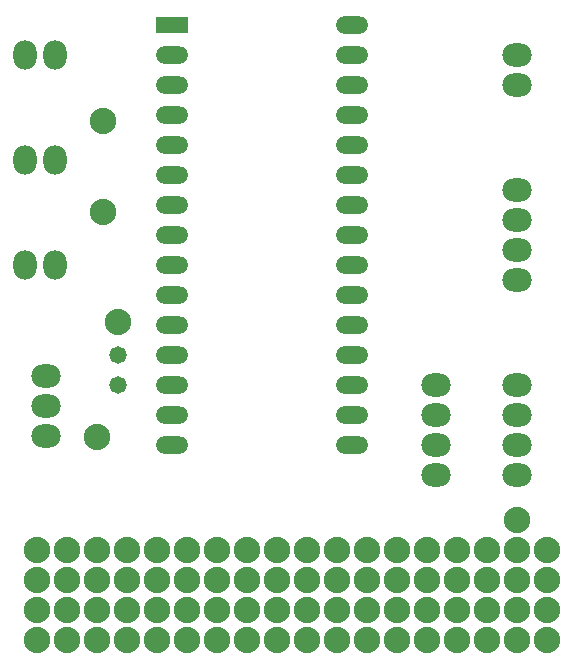
<source format=gts>
G04*
G04 #@! TF.GenerationSoftware,Altium Limited,Altium Designer,24.5.1 (21)*
G04*
G04 Layer_Color=8388736*
%FSLAX44Y44*%
%MOMM*%
G71*
G04*
G04 #@! TF.SameCoordinates,4CF24129-FD56-4E2D-9210-4E3AEFEF1F0E*
G04*
G04*
G04 #@! TF.FilePolarity,Negative*
G04*
G01*
G75*
%ADD11C,2.2352*%
%ADD12C,1.4732*%
%ADD13R,2.7432X1.4732*%
%ADD14O,2.7432X1.4732*%
%ADD15O,2.4892X1.9812*%
%ADD16O,1.9812X2.4892*%
D11*
X457200Y-457200D02*
D03*
X101600Y-387350D02*
D03*
Y-558800D02*
D03*
X127000D02*
D03*
X152400D02*
D03*
X177800D02*
D03*
X203200D02*
D03*
X228600D02*
D03*
X254000D02*
D03*
X279400D02*
D03*
X304800D02*
D03*
X330200D02*
D03*
X355600D02*
D03*
X381000D02*
D03*
X406400D02*
D03*
X431800D02*
D03*
X101600Y-533400D02*
D03*
X127000D02*
D03*
X152400D02*
D03*
X177800D02*
D03*
X203200D02*
D03*
X228600D02*
D03*
X254000D02*
D03*
X279400D02*
D03*
X304800D02*
D03*
X330200D02*
D03*
X355600D02*
D03*
X381000D02*
D03*
X406400D02*
D03*
X431800D02*
D03*
X101600Y-508000D02*
D03*
X127000D02*
D03*
X152400D02*
D03*
X177800D02*
D03*
X203200D02*
D03*
X228600D02*
D03*
X254000D02*
D03*
X279400D02*
D03*
X304800D02*
D03*
X330200D02*
D03*
X355600D02*
D03*
X381000D02*
D03*
X406400D02*
D03*
X431800D02*
D03*
Y-482600D02*
D03*
X406400D02*
D03*
X381000D02*
D03*
X355600D02*
D03*
X330200D02*
D03*
X304800D02*
D03*
X279400D02*
D03*
X254000D02*
D03*
X228600D02*
D03*
X203200D02*
D03*
X177800D02*
D03*
X152400D02*
D03*
X127000D02*
D03*
X101600D02*
D03*
X457200D02*
D03*
Y-508000D02*
D03*
Y-533400D02*
D03*
Y-558800D02*
D03*
X482600Y-482600D02*
D03*
Y-508000D02*
D03*
Y-533400D02*
D03*
Y-558800D02*
D03*
X76200D02*
D03*
Y-533400D02*
D03*
Y-508000D02*
D03*
Y-482600D02*
D03*
X50800Y-558800D02*
D03*
Y-533400D02*
D03*
Y-508000D02*
D03*
Y-482600D02*
D03*
X119380Y-289560D02*
D03*
X106680Y-196850D02*
D03*
Y-119380D02*
D03*
D12*
X119380Y-317500D02*
D03*
Y-342900D02*
D03*
D13*
X165100Y-38100D02*
D03*
D14*
Y-63500D02*
D03*
Y-88900D02*
D03*
Y-114300D02*
D03*
Y-139700D02*
D03*
Y-165100D02*
D03*
Y-190500D02*
D03*
Y-215900D02*
D03*
Y-241300D02*
D03*
Y-266700D02*
D03*
Y-292100D02*
D03*
Y-317500D02*
D03*
Y-342900D02*
D03*
Y-368300D02*
D03*
Y-393700D02*
D03*
X317500Y-38100D02*
D03*
Y-63500D02*
D03*
Y-88900D02*
D03*
Y-114300D02*
D03*
Y-139700D02*
D03*
Y-165100D02*
D03*
Y-190500D02*
D03*
Y-215900D02*
D03*
Y-241300D02*
D03*
Y-266700D02*
D03*
Y-292100D02*
D03*
Y-317500D02*
D03*
Y-342900D02*
D03*
Y-368300D02*
D03*
Y-393700D02*
D03*
D15*
X457200Y-63500D02*
D03*
Y-88900D02*
D03*
Y-419100D02*
D03*
Y-393700D02*
D03*
Y-368300D02*
D03*
Y-342900D02*
D03*
X58420Y-386080D02*
D03*
Y-360680D02*
D03*
Y-335280D02*
D03*
X457200Y-254000D02*
D03*
Y-228600D02*
D03*
Y-203200D02*
D03*
Y-177800D02*
D03*
X388620Y-419100D02*
D03*
Y-393700D02*
D03*
Y-368300D02*
D03*
Y-342900D02*
D03*
D16*
X40640Y-63500D02*
D03*
X66040D02*
D03*
X40640Y-241300D02*
D03*
X66040D02*
D03*
X40640Y-152400D02*
D03*
X66040D02*
D03*
M02*

</source>
